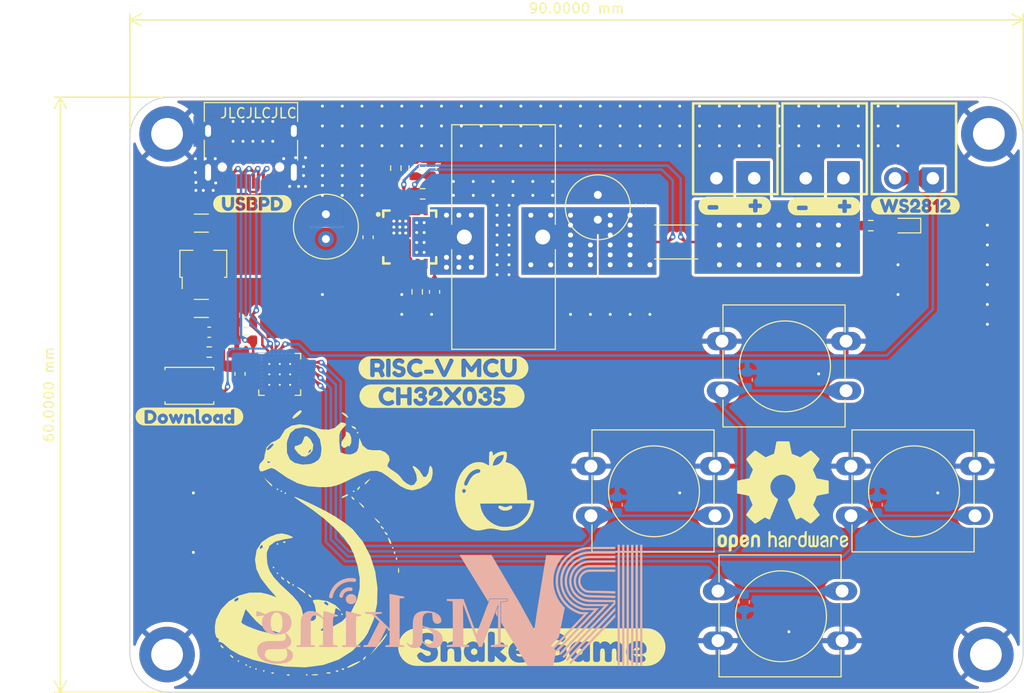
<source format=kicad_pcb>
(kicad_pcb (version 20221018) (generator pcbnew)
  (title_block (rev "v1.0"))
  (layers (0 "F.Cu" signal) (31 "B.Cu" signal) (34 "B.Paste" user) (35 "F.Paste" user) (36 "B.SilkS" user "B.Silkscreen") (37 "F.SilkS" user "F.Silkscreen") (38 "B.Mask" user) (39 "F.Mask" user) (44 "Edge.Cuts" user))
  (net 0 "")
  (net 1 "VBUS")
  (net 2 "GND")
  (net 3 "+3.3V")
  (net 4 "/button_right")
  (net 5 "/button_left")
  (net 6 "/button_go")
  (net 7 "/button_back")
  (net 8 "/CC1")
  (net 9 "/USB_D+")
  (net 10 "/USB_D-")
  (net 12 "/CC2")
  (net 14 "+5V")
  (net 15 "Net-(C2-Pad1)")
  (net 16 "Net-(C2-Pad2)")
  (net 17 "Net-(U2-CSN1)")
  (net 18 "Net-(U2-VFB)")
  (net 19 "Net-(J2-Pin_1)")
  (net 20 "Net-(R1-Pad2)")
  (net 21 "Net-(U2-BST)")
  (net 22 "Net-(U2-FS)")
  (net 42 "Net-(D1-A)")
  (footprint "kibuzzard-64D490AF" (layer "F.Cu") (at 138.5 109.25)
    (fp_text reference "kibuzzard-64D490AF" hide)
    (fp_text value "G***" hide)
  )
  (footprint "Capacitor_SMD:C_0603_1608Metric" (layer "F.Cu") (at 149.5 64.725 90)
    (fp_text reference "C8" hide)
    (fp_text value "2.2uF" hide)
  )
  (footprint "Resistor_SMD:R_0603_1608Metric" (layer "F.Cu") (at 109.6 78.3)
    (fp_text reference "R3" hide)
    (fp_text value "5.1K" hide)
  )
  (footprint "Capacitor_SMD:C_0603_1608Metric" (layer "F.Cu") (at 106 77.5 180)
    (fp_text reference "C14" hide)
    (fp_text value "0.1uF" hide)
  )
  (footprint "Symbol:OSHW-Logo2_14.6x12mm_SilkScreen" (layer "F.Cu") (at 163.8 94.05)
    (fp_text reference "REF**" hide)
    (fp_text value "OSHW-Logo2_14.6x12mm_SilkScreen" hide)
  )
  (footprint "Button_Switch_THT:SW_PUSH-12mm" (layer "F.Cu") (at 170.66 91)
    (fp_text reference "SW3" hide)
    (fp_text value "SW_Push" hide)
  )
  (footprint "MountingHole:MountingHole_3.2mm_M3_DIN965_Pad" (layer "F.Cu") (at 101.75 110)
    (fp_text reference "H2" hide)
    (fp_text value "MountingHole_Pad" hide)
  )
  (footprint "Connector_USB:USB_C_Receptacle_HRO_TYPE-C-31-M-12" (layer "F.Cu") (at 110.2 58.25 180)
    (fp_text reference "J1" hide)
    (fp_text value "USB_C_Receptacle_USB2.0" hide)
  )
  (footprint "kibuzzard-64D48493" (layer "F.Cu") (at 177.15 64.75)
    (fp_text reference "kibuzzard-64D48493" hide)
    (fp_text value "G***" hide)
  )
  (footprint "Resistor_SMD:R_0603_1608Metric" (layer "F.Cu") (at 106 79.5 180)
    (fp_text reference "R1" hide)
    (fp_text value "1K" hide)
  )
  (footprint "kibuzzard-64D48583" (layer "F.Cu") (at 110.35 64.55)
    (fp_text reference "kibuzzard-64D48583" hide)
    (fp_text value "G***" hide)
  )
  (footprint "MountingHole:MountingHole_3.2mm_M3_DIN965_Pad" (layer "F.Cu") (at 101.75 57.5)
    (fp_text reference "H1" hide)
    (fp_text value "MountingHole_Pad" hide)
  )
  (footprint "Button_Switch_THT:SW_PUSH-12mm" (layer "F.Cu") (at 157.26 103.6)
    (fp_text reference "SW5" hide)
    (fp_text value "SW_Push" hide)
  )
  (footprint "Resistor_SMD:R_0603_1608Metric" (layer "F.Cu") (at 126.65 60.95 90)
    (fp_text reference "R7" hide)
    (fp_text value "25K/1%" hide)
  )
  (footprint "Capacitor_SMD:C_0603_1608Metric" (layer "F.Cu") (at 128.35 60.95 90)
    (fp_text reference "C7" hide)
    (fp_text value "OPT" hide)
  )
  (footprint "Capacitor_THT:C_Radial_D6.3mm_H7.0mm_P2.50mm" (layer "F.Cu") (at 117.75 68.1 90)
    (fp_text reference "C3" hide)
    (fp_text value "100uF" hide)
  )
  (footprint "Capacitor_SMD:C_1206_3216Metric" (layer "F.Cu") (at 105.2 75.1 180)
    (fp_text reference "C13" hide)
    (fp_text value "10uF" hide)
  )
  (footprint "LED_SMD:LED_0603_1608Metric" (layer "F.Cu") (at 176.2 66.75 180)
    (fp_text reference "D1" hide)
    (fp_text value "LED_Small" hide)
  )
  (footprint "MountingHole:MountingHole_3.2mm_M3_DIN965_Pad" (layer "F.Cu") (at 184.55 57.5)
    (fp_text reference "H4" hide)
    (fp_text value "MountingHole_Pad" hide)
  )
  (footprint "LOGO" (layer "F.Cu") (at 117.5 98.75)
    (fp_text reference "G***" hide)
    (fp_text value "LOGO" hide)
  )
  (footprint "Resistor_SMD:R_0603_1608Metric" (layer "F.Cu") (at 172.65 66.75)
    (fp_text reference "R9" hide)
    (fp_text value "10K" hide)
  )
  (footprint "Button_Switch_THT:SW_PUSH-12mm" (layer "F.Cu") (at 144.46 91)
    (fp_text reference "SW2" hide)
    (fp_text value "SW_Push" hide)
  )
  (footprint "Capacitor_SMD:C_0603_1608Metric" (layer "F.Cu") (at 109.1 81.7 -90)
    (fp_text reference "C1" hide)
    (fp_text value "0.1uF" hide)
  )
  (footprint "Capacitor_SMD:C_1206_3216Metric" (layer "F.Cu") (at 105.2 66.5 180)
    (fp_text reference "C11" hide)
    (fp_text value "10uF" hide)
  )
  (footprint "Capacitor_THT:C_Radial_D6.3mm_H7.0mm_P2.50mm" (layer "F.Cu") (at 145.15 66.15 90)
    (fp_text reference "C6" hide)
    (fp_text value "470uF" hide)
  )
  (footprint "Resistor_SMD:R_0603_1608Metric" (layer "F.Cu") (at 126.95 73.425 -90)
    (fp_text reference "R4" hide)
    (fp_text value "10R" hide)
  )
  (footprint "kibuzzard-64D48A54" (layer "F.Cu") (at 104 86)
    (fp_text reference "kibuzzard-64D48A54" hide)
    (fp_text value "G***" hide)
  )
  (footprint "Button_Switch_SMD:SW_SPST_EVQP2" (layer "F.Cu") (at 104 82.9)
    (fp_text reference "SW1" hide)
    (fp_text value "SW_Push" hide)
  )
  (footprint "tyk_common:CONN-TH_2P-P3.81_WJ15EDGRC-3.81-2P" (layer "F.Cu") (at 159 61.975 180)
    (fp_text reference "J4" hide)
    (fp_text value "~" hide)
  )
  (footprint "tyk_common:CONN-TH_2P-P3.81_WJ15EDGRC-3.81-2P" (layer "F.Cu") (at 177 61.975 180)
    (fp_text reference "J2" hide)
    (fp_text value "PCIO" hide)
  )
  (footprint "Resistor_SMD:R_0603_1608Metric" (layer "F.Cu") (at 109.6 76.5)
    (fp_text reference "R2" hide)
    (fp_text value "5.1K" hide)
  )
  (footprint "Capacitor_SMD:C_0603_1608Metric" (layer "F.Cu") (at 122 67.925 90)
    (fp_text reference "C4" hide)
    (fp_text value "2.2uF" hide)
  )
  (footprint "kibuzzard-64D48551" (layer "F.Cu") (at 167.95 64.8)
    (fp_text reference "kibuzzard-64D48551" hide)
    (fp_text value "G***" hide)
  )
  (footprint "Resistor_SMD:R_2512_6332Metric" (layer "F.Cu") (at 153.05 68.4 180)
    (fp_text reference "R8" hide)
    (fp_text value "4mR" hide)
  )
  (footprint "Resistor_SMD:R_0603_1608Metric" (layer "F.Cu") (at 127.5 63.55)
    (fp_text reference "R6" hide)
    (fp_text value "100K/1%" hide)
  )
  (footprint "Button_Switch_THT:SW_PUSH-12mm" (layer "F.Cu") (at 157.66 78.4)
    (fp_text reference "SW4" hide)
    (fp_text value "SW_Push" hide)
  )
  (footprint "kibuzzard-64D48551" (layer "F.Cu") (at 158.95 64.75)
    (fp_text reference "kibuzzard-64D48551" hide)
    (fp_text value "G***" hide)
  )
  (footprint "Package_DFN_QFN:QFN-28-1EP_4x4mm_P0.4mm_EP2.6x2.6mm_ThermalVias" (layer "F.Cu") (at 113.1 81.75)
    (fp_text reference "U1" hide)
    (fp_text value "CH32X035G8U6" hide)
  )
  (footprint "Inductor_THT:L_Toroid_Vertical_L22.4mm_W10.2mm_P7.90mm_Vishay_TJ4" (layer "F.Cu") (at 131.7 67.9 90)
    (fp_text reference "L1" hide)
    (fp_text value "10uH" hide)
  )
  (footprint "Capacitor_SMD:C_0603_1608Metric" (layer "F.Cu") (at 128.7 73.425 -90)
    (fp_text reference "C2" hide)
    (fp_text value "0.1uF" hide)
  )
  (footprint "tyk_common:QFN-20_L5.0-W5.0-P0.80-TL-NDP1460QB" (layer "F.Cu") (at 126.2 67.9)
    (fp_text reference "U2" hide)
    (fp_text value "NDP13B01QB" hide)
  )
  (footprint "MountingHole:MountingHole_3.2mm_M3_DIN965_Pad" (layer "F.Cu") (at 184.25 110)
    (fp_text reference "H3" hide)
    (fp_text value "MountingHole_Pad" hide)
  )
  (footprint "Resistor_SMD:R_0603_1608Metric" (layer "F.Cu") (at 124.8 60.95 90)
    (fp_text reference "R5" hide)
    (fp_text value "NC" hide)
  )
  (footprint "tyk_common:CONN-TH_2P-P3.81_WJ15EDGRC-3.81-2P" (layer "F.Cu") (at 168 61.975 180)
    (fp_text reference "J3" hide)
    (fp_text value "~" hide)
  )
  (footprint "LOGO" (layer "F.Cu") (at 134.75 93.5)
    (fp_text reference "G***" hide)
    (fp_text value "LOGO" hide)
  )
  (footprint "kibuzzard-64D489B8" (layer "F.Cu") (at 129.6 81.1)
    (fp_text reference "kibuzzard-64D489B8" hide)
    (fp_text value "G***" hide)
  )
  (footprint "kibuzzard-64D489C0" (layer "F.Cu") (at 129.45 83.95)
    (fp_text reference "kibuzzard-64D489C0" hide)
    (fp_text value "G***" hide)
  )
  (footprint "Package_TO_SOT_SMD:SOT-89-3" (layer "F.Cu") (at 105.4 70.6 90)
    (fp_text reference "U3" hide)
    (fp_text value "HT7533" hide)
  )
  (footprint "Capacitor_SMD:C_0603_1608Metric" (layer "B.Cu") (at 147.1 94.9 90)
    (fp_text reference "C5" hide)
    (fp_text value "0.1uF" hide)
  )
  (footprint "Capacitor_SMD:C_0603_1608Metric" (layer "B.Cu") (at 173.3 94.9 90)
    (fp_text reference "C9" hide)
    (fp_text value "0.1uF" hide)
  )
  (footprint "Capacitor_SMD:C_0603_1608Metric" (layer "B.Cu") (at 159.9 104.7 -90)
    (fp_text reference "C12" hide)
    (fp_text value "0.1uF" hide)
  )
  (footprint "Capacitor_SMD:C_0603_1608Metric" (layer "B.Cu") (at 160.2 82.3 90)
    (fp_text reference "C10" hide)
    (fp_text value "0.1uF" hide)
  )
  (footprint "LOGO" (layer "B.Cu") (at 130.25 105.75 180)
    (fp_text reference "G***" hide)
    (fp_text value "LOGO" hide)
  )
  (gr_line (start 98 109.8) (end 98 57.8) (stroke (width 0.1)) (layer "Edge.Cuts"))
  (gr_line (start 184 113.8) (end 102 113.8) (stroke (width 0.1)) (layer "Edge.Cuts"))
  (gr_arc (start 184 53.8) (mid 186.828427 54.971573) (end 188 57.8) (stroke (width 0.1)) (layer "Edge.Cuts"))
  (gr_line (start 188 57.8) (end 188 109.8) (stroke (width 0.1)) (layer "Edge.Cuts"))
  (gr_arc (start 102 113.8) (mid 99.171573 112.628427) (end 98 109.8) (stroke (width 0.1)) (layer "Edge.Cuts"))
  (gr_arc (start 188 109.8) (mid 186.828427 112.628427) (end 184 113.8) (stroke (width 0.1)) (layer "Edge.Cuts"))
  (gr_arc (start 98 57.8) (mid 99.171573 54.971573) (end 102 53.8) (stroke (width 0.1)) (layer "Edge.Cuts"))
  (gr_line (start 102 53.8) (end 184 53.8) (stroke (width 0.1)) (layer "Edge.Cuts"))
  (gr_text "JLCJLCJLC" (at 107 56) (layer "F.SilkS") (effects (font (size 1 1)) (justify left bottom)))
  (dimension (type aligned) (layer "F.SilkS") (pts (xy 102 53.8) (xy 102 113.8)) (height 11) (gr_text "60.0000 mm" (at 89.85 83.8 90) (layer "F.SilkS") (effects (font (size 1 1) (thickness 0.15)))) (format (prefix "") (suffix "") (units 3) (units_format 1) (precision 4)) (style (thickness 0.15) (arrow_length 1.27) (text_position_mode 0) (extension_height 0.58642) (extension_offset 0.5) keep_text_aligned))
  (dimension (type aligned) (layer "F.SilkS") (pts (xy 98 57.8) (xy 188 57.8)) (height -11.8) (gr_text "90.0000 mm" (at 143 44.85) (layer "F.SilkS") (effects (font (size 1 1) (thickness 0.15)))) (format (prefix "") (suffix "") (units 3) (units_format 1) (precision 4)) (style (thickness 0.15) (arrow_length 1.27) (text_position_mode 0) (extension_height 0.58642) (extension_offset 0.5) keep_text_aligned))
  (segment (start 108.775 78.3) (end 108.775 76.5) (width 0.25) (layer "F.Cu") (net 2))
  (segment (start 103.725 75.1) (end 103.725 72.725) (width 0.25) (layer "F.Cu") (net 2))
  (via (at 117.4 58.7) (size 0.55) (drill 0.3) (layers "F.Cu" "B.Cu") (net 2))
  (via (at 137.4 54.7) (size 0.55) (drill 0.3) (layers "F.Cu" "B.Cu") (net 2))
  (via (at 163.4 56.7) (size 0.55) (drill 0.3) (layers "F.Cu" "B.Cu") (net 2))
  (via (at 136.2 65.7) (size 0.55) (drill 0.3) (layers "F.Cu" "B.Cu") (net 2))
  (via (at 109.4 58.25) (size 0.55) (drill 0.3) (layers "F.Cu" "B.Cu") (net 2))
  (via (at 125.4 73.7) (size 0.55) (drill 0.3) (layers "F.Cu" "B.Cu") (net 2))
  (via (at 153.4 54.7) (size 0.55) (drill 0.3) (layers "F.Cu" "B.Cu") (net 2))
  (via (at 108.4 58.25) (size 0.55) (drill 0.3) (layers "F.Cu" "B.Cu") (net 2))
  (via (at 164.4 107.7) (size 0.55) (drill 0.3) (layers "F.Cu" "B.Cu") (net 2))
  (via (at 123.4 54.7) (size 0.55) (drill 0.3) (layers "F.Cu" "B.Cu") (net 2))
  (via (at 115.7 59.9) (size 0.55) (drill 0.3) (layers "F.Cu" "B.Cu") (net 2))
  (via (at 129.4 54.7) (size 0.55) (drill 0.3) (layers "F.Cu" "B.Cu") (net 2))
  (via (at 157.4 58.7) (size 0.55) (drill 0.3) (layers "F.Cu" "B.Cu") (net 2))
  (via (at 111.4 58.25) (size 0.55) (drill 0.3) (layers "F.Cu" "B.Cu") (net 2))
  (via (at 136.2 71.7) (size 0.55) (drill 0.3) (layers "F.Cu" "B.Cu") (net 2))
  (via (at 136.6 62.3) (size 0.55) (drill 0.3) (layers "F.Cu" "B.Cu") (net 2))
  (via (at 121.4 54.7) (size 0.55) (drill 0.3) (layers "F.Cu" "B.Cu") (net 2))
  (via (at 106.6 60) (size 0.55) (drill 0.3) (layers "F.Cu" "B.Cu") (net 2))
  (via (at 108.4 56.25) (size 0.55) (drill 0.3) (layers "F.Cu" "B.Cu") (net 2))
  (via (at 173.4 58.7) (size 0.55) (drill 0.3) (layers "F.Cu" "B.Cu") (net 2))
  (via (at 135 65.7) (size 0.55) (drill 0.3) (layers "F.Cu" "B.Cu") (net 2))
  (via (at 119.4 61.7) (size 0.55) (drill 0.3) (layers "F.Cu" "B.Cu") (net 2))
  (via (at 128.4 75.7) (size 0.55) (drill 0.3) (layers "F.Cu" "B.Cu") (net 2))
  (via (at 130.6 63.7) (size 0.55) (drill 0.3) (layers "F.Cu" "B.Cu") (net 2))
  (via (at 119.4 58.7) (size 0.55) (drill 0.3) (layers "F.Cu" "B.Cu") (net 2))
  (via (at 115.7 62.8) (size 0.55) (drill 0.3) (layers "F.Cu" "B.Cu") (net 2))
  (via (at 135 64.7) (size 0.55) (drill 0.3) (layers "F.Cu" "B.Cu") (net 2))
  (via (at 106.4 63.2) (size 0.55) (drill 0.3) (layers "F.Cu" "B.Cu") (net 2))
  (via (at 114.7 59.9) (size 0.55) (drill 0.3) (layers "F.Cu" "B.Cu") (net 2))
  (via (at 111.4 56.25) (size 0.55) (drill 0.3) (layers "F.Cu" "B.Cu") (net 2))
  (via (at 135 67.7) (size 0.55) (drill 0.3) (layers "F.Cu" "B.Cu") (net 2))
  (via (at 165.4 58.7) (size 0.55) (drill 0.3) (layers "F.Cu" "B.Cu") (net 2))
  (via (at 137.4 56.7) (size 0.55) (drill 0.3) (layers "F.Cu" "B.Cu") (net 2))
  (via (at 115 62.8) (size 0.55) (drill 0.3) (layers "F.Cu" "B.Cu") (net 2))
  (via (at 149.4 54.7) (size 0.55) (drill 0.3) (layers "F.Cu" "B.Cu") (net 2))
  (via (at 135 69.7) (size 0.55) (drill 0.3) (layers "F.Cu" "B.Cu") (net 2))
  (via (at 147.4 58.7) (size 0.55) (drill 0.3) (layers "F.Cu" "B.Cu") (net 2))
  (via (at 131.4 58.7) (size 0.55) (drill 0.3) (layers "F.Cu" "B.Cu") (net 2))
  (via (at 131.4 54.7) (size 0.55) (drill 0.3) (layers "F.Cu" "B.Cu") (net 2))
  (via (at 104.4 99.7) (size 0.55) (drill 0.3) (layers "F.Cu" "B.Cu") (net 2))
  (via (at 125.4 58.7) (size 0.55) (drill 0.3) (layers "F.Cu" "B.Cu") (net 2))
  (via (at 184.4 72.7) (size 0.55) (drill 0.3) (layers "F.Cu" "B.Cu") (net 2))
  (via (at 167.4 81.7) (size 0.55) (drill 0.3) (layers "F.Cu" "B.Cu") (net 2))
  (via (at 169.4 54.7) (size 0.55) (drill 0.3) (layers "F.Cu" "B.Cu") (net 2))
  (via (at 127.4 54.7) (size 0.55) (drill 0.3) (layers "F.Cu" "B.Cu") (net 2))
  (via (at 125.2 66.3) (size 0.55) (drill 0.3) (layers "F.Cu" "B.Cu") (net 2))
  (via (at 134.6 63.7) (size 0.55) (drill 0.3) (layers "F.Cu" "B.Cu") (net 2))
  (via (at 139.4 56.7) (size 0.55) (drill 0.3) (layers "F.Cu" "B.Cu") (net 2))
  (via (at 109.4 56.25) (size 0.55) (drill 0.3) (layers "F.Cu" "B.Cu") (net 2))
  (via (at 132.6 63.7) (size 0.55) (drill 0.3) (layers "F.Cu" "B.Cu") (net 2))
  (via (at 104.65 62.4) (size 0.55) (drill 0.3) (layers "F.Cu" "B.Cu") (net 2))
  (via (at 141.4 54.7) (size 0.55) (drill 0.3) (layers "F.Cu" "B.Cu") (net 2))
  (via (at 105.4 63.2) (size 0.55) (drill 0.3) (layers "F.Cu" "B.Cu") (net 2))
  (via (at 175.4 56.7) (size 0.55) (drill 0.3) (layers "F.Cu" "B.Cu") (net 2))
  (via (at 134.6 62.3) (size 0.55) (drill 0.3) (layers "F.Cu" "B.Cu") (net 2))
  (via (at 184.4 74.7) (size 0.55) (drill 0.3) (layers "F.Cu" "B.Cu") (net 2))
  (via (at 125.4 75.7) (size 0.55) (drill 0.3) (layers "F.Cu" "B.Cu") (net 2))
  (via (at 135 66.7) (size 0.55) (drill 0.3) (layers "F.Cu" "B.Cu") (net 2))
  (via (at 106.65 62.45) (size 0.55) (drill 0.3) (layers "F.Cu" "B.Cu") (net 2))
  (via (at 127.4 56.7) (size 0.55) (drill 0.3) (layers "F.Cu" "B.Cu") (net 2))
  (via (at 142.4 75.7) (size 0.55) (drill 0.3) (layers "F.Cu" "B.Cu") (net 2))
  (via (at 141.4 58.7) (size 0.55) (drill 0.3) (layers "F.Cu" "B.Cu") (net 2))
  (via (at 139.4 58.7) (size 0.55) (drill 0.3) (layers "F.Cu" "B.Cu") (net 2))
  (via (at 113.5 60) (size 0.55) (drill 0.3) (layers "F.Cu" "B.Cu") (net 2))
  (via (at 124.6 67.5) (size 0.55) (drill 0.3) (layers "F.Cu" "B.Cu") (net 2))
  (via (at 105.6 60) (size 0.55) (drill 0.3) (layers "F.Cu" "B.Cu") (net 2))
  (via (at 153.4 56.7) (size 0.55) (drill 0.3) (layers "F.Cu" "B.Cu") (net 2))
  (via (at 119.4 56.7) (size 0.55) (drill 0.3) (layers "F.Cu" "B.Cu") (net 2))
  (via (at 153.4 58.7) (size 0.55) (drill 0.3) (layers "F.Cu" "B.Cu") (net 2))
  (via (at 135.4 56.7) (size 0.55) (drill 0.3) (layers "F.Cu" "B.Cu") (net 2))
  (via (at 127.4 58.7) (size 0.55) (drill 0.3) (layers "F.Cu" "B.Cu") (net 2))
  (via (at 104.6 60) (size 0.55) (drill 0.3) (layers "F.Cu" "B.Cu") (net 2))
  (via (at 115.5 61.7) (size 0.55) (drill 0.3) (layers "F.Cu" "B.Cu") (net 2))
  (via (at 123.4 58.7) (size 0.55) (drill 0.3) (layers "F.Cu" "B.Cu") (net 2))
  (via (at 155.4 56.7) (size 0.55) (drill 0.3) (layers "F.Cu" "B.Cu") (net 2))
  (via (at 132.6 62.3) (size 0.55) (drill 0.3) (layers "F.Cu" "B.Cu") (net 2))
  (via (at 135 70.7) (size 0.55) (drill 0.3) (layers "F.Cu" "B.Cu") (net 2))
  (via (at 151.4 58.7) (size 0.55) (drill 0.3) (layers "F.Cu" "B.Cu") (net 2))
  (via (at 136.6 63.7) (size 0.55) (drill 0.3) (layers "F.Cu" "B.Cu") (net 2))
  (via (at 143.4 56.7) (size 0.55) (drill 0.3) (layers "F.Cu" "B.Cu") (net 2))
  (via (at 112.4 56.25) (size 0.55) (drill 0.3) (layers "F.Cu" "B.Cu") (net 2))
  (via (at 125.8 66.9) (size 0.55) (drill 0.3) (layers "F.Cu" "B.Cu") (net 2))
  (via (at 129.4 58.7) (size 0.55) (drill 0.3) (layers "F.Cu" "B.Cu") (net 2))
  (via (at 148.4 75.7) (size 0.55) (drill 0.3) (layers "F.Cu" "B.Cu") (net 2))
  (via (at 119.4 60.7) (size 0.55) (drill 0.3) (layers "F.Cu" "B.Cu") (net 2))
  (via (at 110.4 58.25) (size 0.55) (drill 0.3) (layers "F.Cu" "B.Cu") (net 2))
  (via (at 136.2 64.7) (size 0.55) (drill 0.3) (layers "F.Cu" "B.Cu") (net 2))
  (via (at 175.4 54.7) (size 0.55) (drill 0.3) (layers "F.Cu" "B.Cu") (net 2))
  (via (at 110.4 56.25) (size 0.55) (drill 0.3) (layers "F.Cu" "B.Cu") (net 2))
  (via (at 140.6 63.7) (size 0.55) (drill 0.3) (layers "F.Cu" "B.Cu") (net 2))
  (via (at 184.4 76.7) (size 0.55) (drill 0.3) (layers "F.Cu" "B.Cu") (net 2))
  (via (at 125.2 67.5) (size 0.55) (drill 0.3) (layers "F.Cu" "B.Cu") (net 2))
  (via (at 140.6 62.3) (size 0.55) (drill 0.3) (layers "F.Cu" "B.Cu") (net 2))
  (via (at 171.4 58.7) (size 0.55) (drill 0.3) (layers "F.Cu" "B.Cu") (net 2))
  (via (at 143.4 54.7) (size 0.55) (drill 0.3) (layers "F.Cu" "B.Cu") (net 2))
  (via (at 112.4 58.25) (size 0.55) (drill 0.3) (layers "F.Cu" "B.Cu") (net 2))
  (via (at 136.2 67.7) (size 0.55) (drill 0.3) (layers "F.Cu" "B.Cu") (net 2))
  (via (at 169.4 58.7) (size 0.55) (drill 0.3) (layers "F.Cu" "B.Cu") (net 2))
  (via (at 145.4 58.7) (size 0.55) (drill 0.3) (layers "F.Cu" "B.Cu") (net 2))
  (via (at 121.4 60.7) (size 0.55) (drill 0.3) (layers "F.Cu" "B.Cu") (net 2))
  (via (at 117.4 60.7) (size 0.55) (drill 0.3) (layers "F.Cu" "B.Cu") (net 2))
  (via (at 121.4 62.7) (size 0.55) (drill 0.3) (layers "F.Cu" "B.Cu") (net 2))
  (via (at 121.4 58.7) (size 0.55) (drill 0.3) (layers "F.Cu" "B.Cu") (net 2))
  (via (at 137.4 58.7) (size 0.55) (drill 0.3) (layers "F.Cu" "B.Cu") (net 2))
  (via (at 139.4 54.7) (size 0.55) (drill 0.3) (layers "F.Cu" "B.Cu") (net 2))
  (via (at 141.4 56.7) (size 0.55) (drill 0.3) (layers "F.Cu" "B.Cu") (net 2))
  (via (at 133.4 56.7) (size 0.55) (drill 0.3) (layers "F.Cu" "B.Cu") (net 2))
  (via (at 117.4 54.7) (size 0.55) (drill 0.3) (layers "F.Cu" "B.Cu") (net 2))
  (via (at 144.4 75.7) (size 0.55) (drill 0.3) (layers "F.Cu" "B.Cu") (net 2))
  (via (at 135.4 58.7) (size 0.55) (drill 0.3) (layers "F.Cu" "B.Cu") (net 2))
  (via (at 175.4 70.7) (size 0.55) (drill 0.3) (layers "F.Cu" "B.Cu") (net 2))
  (via (at 145.4 54.7) (size 0.55) (drill 0.3) (layers "F.Cu" "B.Cu") (net 2))
  (via (at 184.4 68.7) (size 0.55) (drill 0.3) (layers "F.Cu" "B.Cu") (net 2))
  (via (at 136.2 68.7) (size 0.55) (drill 0.3) (layers "F.Cu" "B.Cu") (net 2))
  (via (at 155.4 58.7) (size 0.55) (drill 0.3) (layers "F.Cu" "B.Cu") (net 2))
  (via (at 146.4 75.7) (size 0.55) (drill 0.3) (layers "F.Cu" "B.Cu") (net 2))
  (via (at 129.4 56.7) (size 0.55) (drill 0.3) (layers "F.Cu" "B.Cu") (net 2))
  (via (at 135 71.7) (size 0.55) (drill 0.3) (layers "F.Cu" "B.Cu") (net 2))
  (via (at 159.4 54.7) (size 0.55) (drill 0.3) (layers "F.Cu" "B.Cu") (net 2))
  (via (at 151.4 54.7) (size 0.55) (drill 0.3) (layers "F.Cu" "B.Cu") (net 2))
  (via (at 171.4 54.7) (size 0.55) (drill 0.3) (layers "F.Cu" "B.Cu") (net 2))
  (via (at 157.4 54.7) (size 0.55) (drill 0.3) (layers "F.Cu" "B.Cu") (net 2))
  (via (at 119.4 63.7) (size 0.55) (drill 0.3) (layers "F.Cu" "B.Cu") (net 2))
  (via (at 175.4 73.7) (size 0.55) (drill 0.3) (layers "F.Cu" "B.Cu") (net 2))
  (via (at 124.6 66.9) (size 0.55) (drill 0.3) (layers "F.Cu" "B.Cu") (net 2))
  (via (at 130.6 62.3) (size 0.55) (drill 0.3) (layers "F.Cu" "B.Cu") (net 2))
  (via (at 117.4 56.7) (size 0.55) (drill 0.3) (layers "F.Cu" "B.Cu") (net 2))
  (via (at 151.4 56.7) (size 0.55) (drill 0.3) (layers "F.Cu" "B.Cu") (net 2))
  (via (at 125.4 54.7) (size 0.55) (drill 0.3) (layers "F.Cu" "B.Cu") (net 2))
  (via (at 155.4 54.7) (size 0.55) (drill 0.3) (layers "F.Cu" "B.Cu") (net 2))
  (via (at 159.4 58.7) (size 0.55) (drill 0.3) (layers "F.Cu" "B.Cu") (net 2))
  (via (at 117.4 62.7) (size 0.55) (drill 0.3) (layers "F.Cu" "B.Cu") (net 2))
  (via (at 159.4 56.7) (size 0.55) (drill 0.3) (layers "F.Cu" "B.Cu") (net 2))
  (via (at 121.4 61.7) (size 0.55) (drill 0.3) (layers "F.Cu" "B.Cu") (net 2))
  (via (at 161.4 58.7) (size 0.55) (drill 0.3) (layers "F.Cu" "B.Cu") (net 2))
  (via (at 104.6 61.4) (size 0.55) (drill 0.3) (layers "F.Cu" "B.Cu") (net 2))
  (via (at 143.4 58.7) (size 0.55) (drill 0.3) (layers "F.Cu" "B.Cu") (net 2))
  (via (at 121.4 56.7) (size 0.55) (drill 0.3) (layers "F.Cu" "B.Cu") (net 2))
  (via (at 167.4 58.7) (size 0.55) (drill 0.3) (layers "F.Cu" "B.Cu") (net 2))
  (via (at 173.4 56.7) (size 0.55) (drill 0.3) (layers "F.Cu" "B.Cu") (net 2))
  (via (at 167.4 56.7) (size 0.55) (drill 0.3) (layers "F.Cu" "B.Cu") (net 2))
  (via (at 153.4 93.7) (size 0.55) (drill 0.3) (layers "F.Cu" "B.Cu") (net 2))
  (via (at 165.4 56.7) (size 0.55) (drill 0.3) (layers "F.Cu" "B.Cu") (net 2))
  (via (at 175.4 58.7) (size 0.55) (drill 0.3) (layers "F.Cu" "B.Cu") (net 2))
  (via (at 147.4 54.7) (size 0.55) (drill 0.3) (layers "F.Cu" "B.Cu") (net 2))
  (via (at 131.4 56.7) (size 0.55) (drill 0.3) (layers "F.Cu" "B.Cu") (net 2))
  (via (at 157.4 56.7) (size 0.55) (drill 0.3) (layers "F.Cu" "B.Cu") (net 2))
  (via (at 117.4 73.7) (size 0.55) (drill 0.3) (layers "F.Cu" "B.Cu") (net 2))
  (via (at 161.4 56.7) (size 0.55) (drill 0.3) (layers "F.Cu" "B.Cu") (net 2))
  (via (at 165.4 54.7) (size 0.55) (drill 0.3) (layers "F.Cu" "B.Cu") (net 2))
  (via (at 117.4 61.7) (size 0.55) (drill 0.3) (layers "F.Cu" "B.Cu") (net 2))
  (via (at 136.2 70.7) (size 0.55) (drill 0.3) (layers "F.Cu" "B.Cu") (net 2))
  (via (at 117.4 63.7) (size 0.55) (drill 0.3) (layers "F.Cu" "B.Cu") (net 2))
  (via (at 125.2 66.9) (size 0.55) (drill 0.3) (layers "F.Cu" "B.Cu") (net 2))
  (via (at 119.4 62.7) (size 0.55) (drill 0.3) (layers "F.Cu" "B.Cu") (net 2))
  (via (at 149.4 56.7) (size 0.55) (drill 0.3) (layers "F.Cu" "B.Cu") (net 2))
  (via (at 133.4 58.7) (size 0.55) (drill 0.3) (layers "F.Cu" "B.Cu") (net 2))
  (via (at 133.4 54.7) (size 0.55) (drill 0.3) (layers "F.Cu" "B.Cu") (net 2))
  (via (at 135 68.7) (size 0.55) (drill 0.3) (layers "F.Cu" "B.Cu") (net 2))
  (via (at 184.4 70.7) (size 0.55) (drill 0.3) (layers "F.Cu" "B.Cu") (net 2))
  (via (at 161.4 54.7) (size 0.55) (drill 0.3) (layers "F.Cu" "B.Cu") (net 2))
  (via (at 121.4 63.7) (size 0.55) (drill 0.3) (layers "F.Cu" "B.Cu") (net 2))
  (via (at 123.4 56.7) (size 0.55) (drill 0.3) (layers "F.Cu" "B.Cu") (net 2))
  (via (at 125.8 67.5) (size 0.55) (drill 0.3) (layers "F.Cu" "B.Cu") (net 2))
  (via (at 150.4 75.7) (size 0.55) (drill 0.3) (layers "F.Cu" "B.Cu") (net 2))
  (via (at 184.4 66.7) (size 0.55) (drill 0.3) (layers "F.Cu" "B.Cu") (net 2))
  (via (at 147.4 56.7) (size 0.55) (drill 0.3) (layers "F.Cu" "B.Cu") (net 2))
  (via (at 135.4 54.7) (size 0.55) (drill 0.3) (layers "F.Cu" "B.Cu") (net 2))
  (via (at 163.4 58.7) (size 0.55) (drill 0.3) (layers "F.Cu" "B.Cu") (net 2))
  (via (at 179.4 93.7) (size 0.55) (drill 0.3) (layers "F.Cu" "B.Cu") (net 2))
  (via (at 138.6 63.7) (size 0.55) (drill 0.3) (layers "F.Cu" "B.Cu") (net 2))
  (via (at 114.1 62.8) (size 0.55) (drill 0.3) (layers "F.Cu" "B.Cu") (net 2))
  (via (at 163.4 54.7) (size 0.55) (drill 0.3) (layers "F.Cu" "B.Cu") (net 2))
  (via (at 104.4 93.7) (size 0.55) (drill 0.3) (layers "F.Cu" "B.Cu") (net 2))
  (via (at 171.4 56.7) (size 0.55) (drill 0.3) (layers "F.Cu" "B.Cu") (net 2))
  (via (at 138.6 62.3) (size 0.55) (drill 0.3) (layers "F.Cu" "B.Cu") (net 2))
  (via (at 136.2 66.7) (size 0.55) (drill 0.3) (layers "F.Cu" "B.Cu") (net 2))
  (via (at 136.2 69.7) (size 0.55) (drill 0.3) (layers "F.Cu" "B.Cu") (net 2))
  (via (at 125.8 66.3) (size 0.55) (drill 0.3) (layers "F.Cu" "B.Cu") (net 2))
  (via (at 167.4 54.7) (size 0.55) (drill 0.3) (layers "F.Cu" "B.Cu") (net 2))
  (via (at 125.4 56.7) (size 0.55) (drill 0.3) (layers "F.Cu" "B.Cu") (net 2))
  (via (at 104.65 63.2) (size 0.55) (drill 0.3) (layers "F.Cu" "B.Cu") (net 2))
  (via (at 124.6 66.3) (size 0.55) (drill 0.3) (layers "F.Cu" "B.Cu") (net 2))
  (via (at 169.4 56.7) (size 0.55) (drill 0.3) (layers "F.Cu" "B.Cu") (net 2))
  (via (at 145.4 56.7) (size 0.55) (drill 0.3) (layers "F.Cu" "B.Cu") (net 2))
  (via (at 173.4 54.7) (size 0.55) (drill 0.3) (layers "F.Cu" "B.Cu") (net 2))
  (via (at 119.4 54.7) (size 0.55) (drill 0.3) (layers "F.Cu" "B.Cu") (net 2))
  (via (at 115.5 60.8) (size 0.55) (drill 0.3) (layers "F.Cu" "B.Cu") (net 2))
  (via (at 149.4 58.7) (size 0.55) (drill 0.3) (layers "F.Cu" "B.Cu") (net 2))
  (segment (start 116.45 81.35) (end 115.0375 81.35) (width 0.25) (layer "F.Cu") (net 4))
  (segment (start 117.2 82.1) (end 116.45 81.35) (width 0.25) (layer "F.Cu") (net 4))
  (via (at 117.2 82.1) (size 0.55) (drill 0.3) (layers "F.Cu" "B.Cu") (net 4))
  (segment (start 170.66 96) (end 170.66 99.29) (width 0.25) (layer "B.Cu") (net 4))
  (segment (start 118.25 98.4) (end 118.25 83.15) (width 0.25) (layer "B.Cu") (net 4))
  (segment (start 119.95 100.1) (end 118.25 98.4) (width 0.25) (layer "B.Cu") (net 4))
  (segment (start 118.25 83.15) (end 117.2 82.1) (width 0.25) (layer "B.Cu") (net 4))
  (segment (start 170.66 96) (end 183.16 96) (width 0.25) (layer "B.Cu") (net 4))
  (segment (start 170.66 99.29) (end 169.85 100.1) (width 0.25) (layer "B.Cu") (net 4))
  (segment (start 169.85 100.1) (end 119.95 100.1) (width 0.25) (layer "B.Cu") (net 4))
  (segment (start 115.0375 80.55) (end 117.3 80.55) (width 0.25) (layer "F.Cu") (net 5))
  (via (at 117.3 80.55) (size 0.55) (drill 0.3) (layers "F.Cu" "B.Cu") (net 5))
  (segment (start 119.25 98) (end 119.25 82.5) (width 0.25) (layer "B.Cu") (net 5))
  (segment (start 144.46 96) (end 156.96 96) (width 0.25) (layer "B.Cu") (net 5))
  (segment (start 119.25 82.5) (end 117.3 80.55) (width 0.25) (layer "B.Cu") (net 5))
  (segment (start 143.65 99.05) (end 120.3 99.05) (width 0.25) (layer "B.Cu") (net 5))
  (segment (start 144.46 96) (end 144.46 98.24) (width 0.25) (layer "B.Cu") (net 5))
  (segment (start 144.46 98.24) (end 143.65 99.05) (width 0.25) (layer "B.Cu") (net 5))
  (segment (start 120.3 99.05) (end 119.25 98) (width 0.25) (layer "B.Cu") (net 5))
  (segment (start 117.25 81.3) (end 116.9 80.95) (width 0.25) (layer "F.Cu") (net 6))
  (segment (start 116.9 80.95) (end 115.0375 80.95) (width 0.25) (layer "F.Cu") (net 6))
  (via (at 117.25 81.3) (size 0.55) (drill 0.3) (layers "F.Cu" "B.Cu") (net 6))
  (segment (start 157.66 83.4) (end 170.16 83.4) (width 0.25) (layer "B.Cu") (net 6))
  (segment (start 120.1 99.6) (end 158.9 99.6) (width 0.25) (layer "B.Cu") (net 6))
  (segment (start 118.75 82.8) (end 118.75 98.25) (width 0.25) (layer "B.Cu") (net 6))
  (segment (start 158.9 99.6) (end 159.65 98.85) (width 0.25) (layer "B.Cu") (net 6))
  (segment (start 157.66 85.01) (end 157.66 83.4) (width 0.25) (layer "B.Cu") (net 6))
  (segment (start 159.65 98.85) (end 159.65 87) (width 0.25) (layer "B.Cu") (net 6))
  (segment (start 159.65 87) (end 157.66 85.01) (width 0.25) (layer "B.Cu") (net 6))
  (segment (start 117.25 81.3) (end 118.75 82.8) (width 0.25) (layer "B.Cu") (net 6))
  (segment (start 118.75 98.25) (end 120.1 99.6) (width 0.25) (layer "B.Cu") (net 6))
  (segment (start 116.05 81.75) (end 117.2 82.9) (width 0.25) (layer "F.Cu") (net 7))
  (segment (start 115.0375 81.75) (end 116.05 81.75) (width 0.25) (layer "F.Cu") (net 7))
  (via (at 117.2 82.9) (size 0.55) (drill 0.3) (layers "F.Cu" "B.Cu") (net 7))
  (segment (start 156.5 100.6) (end 119.7 100.6) (width 0.25) (layer "B.Cu") (net 7))
  (segment (start 117.75 98.65) (end 117.75 83.45) (width 0.25) (layer "B.Cu") (net 7))
  (segment (start 119.7 100.6) (end 117.75 98.65) (width 0.25) (layer "B.Cu") (net 7))
  (segment (start 157.26 101.36) (end 156.5 100.6) (width 0.25) (layer "B.Cu") (net 7))
  (segment (start 117.75 83.45) (end 117.2 82.9) (width 0.25) (layer "B.Cu") (net 7))
  (segment (start 157.26 103.6) (end 157.26 101.36) (width 0.25) (layer "B.Cu") (net 7))
  (segment (start 157.26 103.6) (end 169.76 103.6) (width 0.25) (layer "B.Cu") (net 7))
  (segment (start 110.425 76.975) (end 110.425 76.5) (width 0.25) (layer "F.Cu") (net 8))
  (segment (start 111.45 62.295) (end 111.45 61.35) (width 0.25) (layer "F.Cu") (net 8))
  (segment (start 111.9 79.8125) (end 111.9 79.35) (width 0.25) (layer "F.Cu") (net 8))
  (segment (start 110.4 75.65) (end 110.4 76.475) (width 0.25) (layer "F.Cu") (net 8))
  (segment (start 110.75 75.3) (end 110.4 75.65) (width 0.25) (layer "F.Cu") (net 8))
  (segment (start 111.9 79.35) (end 111.35 78.8) (width 0.25) (layer "F.Cu") (net 8))
  (segment (start 111.35 77.9) (end 110.425 76.975) (width 0.25) (layer "F.Cu") (net 8))
  (segment (start 111.45 61.35) (end 111.8 61) (width 0.25) (layer "F.Cu") (net 8))
  (segment (start 111.35 78.8) (end 111.35 77.9) (width 0.25) (layer "F.Cu") (net 8))
  (via (at 111.8 61) (size 0.55) (drill 0.3) (layers "F.Cu" "B.Cu") (net 8))
  (via (at 110.75 75.3) (size 0.55) (drill 0.3) (layers "F.Cu" "B.Cu") (net 8))
  (segment (start 110.75 75.3) (end 110.75 62.05) (width 0.25) (layer "B.Cu") (net 8))
  (segment (start 110.75 62.05) (end 111.8 61) (width 0.25) (layer "B.Cu") (net 8))
  (segment (start 110.05 61.05) (end 110.2 61.05) (width 0.2) (layer "F.Cu") (net 9))
  (segment (start 112.3 78.8) (end 112.15 78.65) (width 0.2) (layer "F.Cu") (net 9))
  (segment (start 109.95 61.05) (end 110 61) (width 0.2) (layer "F.Cu") (net 9))
  (segment (start 106.575 83.75) (end 101.425 83.75) (width 0.2) (layer "F.Cu") (net 9))
  (segment (start 110 61) (end 110.05 61.05) (width 0.2) (layer "F.Cu") (net 9))
  (segment (start 112.3 79.8125) (end 112.3 78.8) (width 0.2) (layer "F.Cu") (net 9))
  (segment (start 107.3 83.75) (end 106.575 83.75) (width 0.2) (layer "F.Cu") (net 9))
  (segment (start 109.45 62.295) (end 109.45 61.35) (width 0.2) (layer "F.Cu") (net 9))
  (segment (start 109.75 61.05) (end 109.95 61.05) (width 0.2) (layer "F.Cu") (net 9))
  (segment (start 107.85 83.2) (end 107.3 83.75) (width 0.2) (layer "F.Cu") (net 9))
  (segment (start 110.2 61.05) (end 110.45 61.3) (width 0.2) (layer "F.Cu") (net 9))
  (segment (start 109.45 61.35) (end 109.75 61.05) (width 0.2) (layer "F.Cu") (net 9))
  (segment (start 107.85 83) (end 107.85 83.2) (width 0.2) (layer "F.Cu") (net 9))
  (segment (start 110.45 61.3) (end 110.45 62.295) (width 0.2) (layer "F.Cu") (net 9))
  (via (at 107.85 83) (size 0.55) (drill 0.3) (layers "F.Cu" "B.Cu") (net 9))
  (via (at 110 61) (size 0.55) (drill 0.3) (layers "F.Cu" "B.Cu") (net 9))
  (via (at 112.15 78.65) (size 0.55) (drill 0.3) (layers "F.Cu" "B.Cu") (net 9))
  (segment (start 109.674999 61.325001) (end 109.674999 76.111396) (width 0.2) (layer "B.Cu") (net 9))
  (segment (start 110 61) (end 109.674999 61.325001) (width 0.2) (layer "B.Cu") (net 9))
  (segment (start 109.674999 76.111396) (end 112.15 78.586397) (width 0.2) (layer "B.Cu") (net 9))
  (segment (start 112.15 78.586397) (end 112.15 78.65) (width 0.2) (layer "B.Cu") (net 9))
  (segment (start 107.85 79.55) (end 108.25 79.15) (width 0.2) (layer "B.Cu") (net 9))
  (segment (start 111.65 79.15) (end 108.25 79.15) (width 0.2) (layer "B.Cu") (net 9))
  (segment (start 112.15 78.65) (end 111.65 79.15) (width 0.2) (layer "B.Cu") (net 9))
  (segment (start 107.85 79.55) (end 107.85 83) (width 0.2) (layer "B.Cu") (net 9))
  (segment (start 110.1 63.35) (end 110.75 63.35) (width 0.2) (layer "F.Cu") (net 10))
  (segment (start 112.7 78.8) (end 112.7 79.8125) (width 0.2) (layer "F.Cu") (net 10))
  (segment (start 110.95 63.15) (end 110.95 62.295) (width 0.2) (layer "F.Cu") (net 10))
  (segment (start 110.75 63.35) (end 110.95 63.15) (width 0.2) (layer "F.Cu") (net 10))
  (segment (start 110.95 61) (end 110.9 60.95) (width 0.2) (layer "F.Cu") (net 10))
  (segment (start 112.85 78.65) (end 112.7 78.8) (width 0.2) (layer "F.Cu") (net 10))
  (segment (start 109.95 63.2) (end 110.1 63.35) (width 0.2) (layer "F.Cu") (net 10))
  (segment (start 110.95 62.295) (end 110.95 61) (width 0.2) (layer "F.Cu") (net 10))
  (segment (start 109.95 62.295) (end 109.95 63.2) (width 0.2) (layer "F.Cu") (net 10))
  (via (at 112.85 78.65) (size 0.55) (drill 0.3) (layers "F.Cu" "B.Cu") (net 10))
  (via (at 110.9 61) (size 0.55) (drill 0.3) (layers "F.Cu" "B.Cu") (net 10))
  (segment (start 110.9 61) (end 110.125001 61.774999) (width 0.2) (layer "B.Cu") (net 10))
  (segment (start 112.85 78.5) (end 112.85 78.65) (width 0.2) (layer "B.Cu") (net 10))
  (segment (start 110.125001 75.775001) (end 112.85 78.5) (width 0.2) (layer "B.Cu") (net 10))
  (segment (start 110.125001 61.774999) (end 110.125001 75.775001) (width 0.2) (layer "B.Cu") (net 10))
  (segment (start 110.425 80.175) (end 110.425 78.3) (width 0.25) (layer "F.Cu") (net 12))
  (segment (start 108.45 62.295) (end 108.45 61.4) (width 0.25) (layer "F.Cu") (net 12))
  (segment (start 110.8 80.55) (end 110.425 80.175) (width 0.25) (layer "F.Cu") (net 12))
  (segment (start 109.6 78.3) (end 110.425 78.3) (width 0.25) (layer "F.Cu") (net 12))
  (segment (start 108.45 61.4) (end 108.9 60.95) (width 0.25) (layer "F.Cu") (net 12))
  (segment (start 111.1625 80.55) (end 110.8 80.55) (width 0.25) (layer "F.Cu") (net 12))
  (via (at 109.6 78.3) (size 0.55) (drill 0.3) (layers "F.Cu" "B.Cu") (net 12))
  (via (at 108.9 61) (size 0.55) (drill 0.3) (layers "F.Cu" "B.Cu") (net 12))
  (segment (start 109.2 77.9) (end 109.6 78.3) (width 0.25) (layer "B.Cu") (net 12))
  (segment (start 108.9 61) (end 109.2 61.3) (width 0.25) (layer "B.Cu") (net 12))
  (segment (start 109.2 61.3) (end 109.2 77.9) (width 0.25) (layer "B.Cu") (net 12))
  (segment (start 125.6 64.85) (end 125.3 65.15) (width 0.25) (layer "F.Cu") (net 14))
  (segment (start 154 68.4) (end 156.0125 68.4) (width 0.25) (layer "F.Cu") (net 14))
  (segment (start 153.5 67.9) (end 154 68.4) (width 0.25) (layer "F.Cu") (net 14))
  (segment (start 125.6 62.6) (end 125.6 64.85) (width 0.25) (layer "F.Cu") (net 14))
  (via (at 159.4 68.7) (size 0.8) (drill 0.5) (layers "F.Cu" "B.Cu") (net 14))
  (via (at 157.4 70.7) (size 0.8) (drill 0.5) (layers "F.Cu" "B.Cu") (net 14))
  (via (at 167.4 66.7) (size 0.8) (drill 0.5) (layers "F.Cu" "B.Cu") (net 14))
  (via (at 165.4 66.7) (size 0.8) (drill 0.5) (layers "F.Cu" "B.Cu") (net 14))
  (via (at 153.5 67.9) (size 0.55) (drill 0.3) (layers "F.Cu" "B.Cu") (net 14))
  (via (at 161.4 66.7) (size 0.8) (drill 0.5) (layers "F.Cu" "B.Cu") (net 14))
  (via (at 167.4 70.7) (size 0.8) (drill 0.5) (layers "F.Cu" "B.Cu") (net 14))
  (via (at 125.6 62.6) (size 0.55) (drill 0.3) (layers "F.Cu" "B.Cu") (net 14))
  (via (at 163.4 70.7) (size 0.8) (drill 0.5) (layers "F.Cu" "B.Cu") (net 14))
  (via (at 161.4 68.7) (size 0.8) (drill 0.5) (layers "F.Cu" "B.Cu") (net 14))
  (via (at 163.4 68.7) (size 0.8) (drill 0.5) (layers "F.Cu" "B.Cu") (net 14))
  (via (at 163.4 66.7) (size 0.8) (drill 0.5) (layers "F.Cu" "B.Cu") (net 14))
  (via (at 165.4 68.7) (size 0.8) (drill 0.5) (layers "F.Cu" "B.Cu") (net 14))
  (via (at 161.4 70.7) (size 0.8) (drill 0.5) (layers "F.Cu" "B.Cu") (net 14))
  (via (at 159.4 70.7) (size 0.8) (drill 0.5) (layers "F.Cu" "B.Cu") (net 14))
  (via (at 159.4 66.7) (size 0.8) (drill 0.5) (layers "F.Cu" "B.Cu") (net 14))
  (via (at 157.4 66.7) (size 0.8) (drill 0.5) (layers "F.Cu" "B.Cu") (net 14))
  (via (at 157.4 68.7) (size 0.8) (drill 0.5) (layers "F.Cu" "B.Cu") (net 14))
  (via (at 165.4 70.7) (size 0.8) (drill 0.5) (layers "F.Cu" "B.Cu") (net 14))
  (via (at 167.4 68.7) (size 0.8) (drill 0.5) (layers "F.Cu" "B.Cu") (net 14))
  (via (at 169.4 68.7) (size 0.8) (drill 0.5) (layers "F.Cu" "B.Cu") (net 14))
  (via (at 169.4 70.7) (size 0.8) (drill 0.5) (layers "F.Cu" "B.Cu") (net 14))
  (via (at 169.4 66.7) (size 0.8) (drill 0.5) (layers "F.Cu" "B.Cu") (net 14))
  (segment (start 152.2 60.7) (end 153.5 62) (width 0.25) (layer "B.Cu") (net 14))
  (segment (start 125.6 62.2) (end 127.1 60.7) (width 0.25) (layer "B.Cu") (net 14))
  (segment (start 125.6 62.6) (end 125.6 62.2) (width 0.25) (layer "B.Cu") (net 14))
  (segment (start 127.1 60.7) (end 152.2 60.7) (width 0.25) (layer "B.Cu") (net 14))
  (segment (start 153.5 62) (end 153.5 67.9) (width 0.25) (layer "B.Cu") (net 14))
  (segment (start 128.7 72.65) (end 128.7 69.65) (width 0.25) (layer "F.Cu") (net 15))
  (segment (start 128.7 69.65) (end 128.85 69.5) (width 0.25) (layer "F.Cu") (net 15))
  (via (at 129.9 70.95) (size 0.8) (drill 0.5) (layers "F.Cu" "B.Cu") (net 15))
  (via (at 127.65 66.45) (size 0.55) (drill 0.3) (layers "F.Cu" "B.Cu") (net 15))
  (via (at 127.65 67.45) (size 0.55) (drill 0.3) (layers "F.Cu" "B.Cu") (net 15))
  (via (at 131.15 65.7) (size 0.8) (drill 0.5) (layers "F.Cu" "B.Cu") (net 15))
  (via (at 129.9 69.95) (size 0.8) (drill 0.5) (layers "F.Cu" "B.Cu") (net 15))
  (via (at 126.9 69.45) (size 0.55) (drill 0.3) (layers "F.Cu" "B.Cu") (net 15))
  (via (at 131.15 70.95) (size 0.8) (drill 0.5) (layers "F.Cu" "B.Cu") (net 15))
  (via (at 132.4 69.95) (size 0.8) (drill 0.5) (layers "F.Cu" "B.Cu") (net 15))
  (via (at 127.65 68.45) (size 0.55) (drill 0.3) (layers "F.Cu" "B.Cu") (net 15))
  (via (at 127.65 69.45) (size 0.55) (drill 0.3) (layers "F.Cu" "B.Cu") (net 15))
  (via (at 129.9 65.7) (size 0.8) (drill 0.5) (layers "F.Cu" "B.Cu") (net 15))
  (via (at 126.9 67.45) (size 0.55) (drill 0.3) (layers "F.Cu" "B.Cu") (net 15))
  (via (at 126.9 66.45) (size 0.55) (drill 0.3) (layers "F.Cu" "B.Cu") (net 15))
  (via (at 132.4 65.7) (size 0.8) (drill 0.5) (layers "F.Cu" "B.Cu") (net 15))
  (via (at 131.15 69.95) (size 0.8) (drill 0.5) (layers "F.Cu" "B.Cu") (net 15))
  (via (at 132.4 70.95) (size 0.8) (drill 0.5) (layers "F.Cu" "B.Cu") (net 15))
  (via (at 126.9 68.45) (size 0.55) (drill 0.3) (layers "F.Cu" "B.Cu") (net 15))
  (segment (start 126.95 74.25) (end 128.65 74.25) (width 0.25) (layer "F.Cu") (net 16))
  (segment (start 152.2 68.4) (end 150.0875 68.4) (width 0.25) (layer "F.Cu") (net 17))
  (segment (start 127 65.25) (end 126.2 65.25) (width 0.25) (layer "F.Cu") (net 17))
  (segment (start 126.7 62.6) (end 126.7 63.525) (width 0.25) (layer "F.Cu") (net 17))
  (segment (start 127 63.875) (end 127 65.25) (width 0.25) (layer "F.Cu") (net 17))
  (segment (start 126.675 63.55) (end 127 63.875) (width 0.25) (layer "F.Cu") (net 17))
  (segment (start 152.7 67.9) (end 152.2 68.4) (width 0.25) (layer "F.Cu") (net 17))
  (via (at 144.4 69.7) (size 0.8) (drill 0.5) (layers "F.Cu" "B.Cu") (net 17))
  (via (at 144.4 68.7) (size 0.8) (drill 0.5) (layers "F.Cu" "B.Cu") (net 17))
  (via (at 142.4 67.7) (size 0.8) (drill 0.5) (layers "F.Cu" "B.Cu") (net 17))
  (via (at 148.4 69.7) (size 0.8) (drill 0.5) (layers "F.Cu" "B.Cu") (net 17))
  (via (at 148.4 68.7) (size 0.8) (drill 0.5) (layers "F.Cu" "B.Cu") (net 17))
  (via (at 140.4 70.7) (size 0.8) (drill 0.5) (layers "F.Cu" "B.Cu") (net 17))
  (via (at 146.4 66.7) (size 0.8) (drill 0.5) (layers "F.Cu" "B.Cu") (net 17))
  (via (at 126.7 62.6) (size 0.55) (drill 0.3) (layers "F.Cu" "B.Cu") (net 17))
  (via (at 146.4 70.7) (size 0.8) (drill 0.5) (layers "F.Cu" "B.Cu") (net 17))
  (via (at 142.4 70.7) (size 0.8) (drill 0.5) (layers "F.Cu" "B.Cu") (net 17))
  (via (at 142.4 69.7) (size 0.8) (drill 0.5) (layers "F.Cu" "B.Cu") (net 17))
  (via (at 138.4 70.7) (size 0.8) (drill 0.5) (layers "F.Cu" "B.Cu") (net 17))
  (via (at 138.4 65.7) (size 0.8) (drill 0.5) (layers "F.Cu" "B.Cu") (net 17))
  (via (at 144.4 70.7) (size 0.8) (drill 0.5) (layers "F.Cu" "B.Cu") (net 17))
  (via (at 148.4 66.7) (size 0.8) (drill 0.5) (layers "F.Cu" "B.Cu") (net 17))
  (via (at 148.4 65.7) (size 0.8) (drill 0.5) (layers "F.Cu" "B.Cu") (net 17))
  (via (at 146.4 67.7) (size 0.8) (drill 0.5) (layers "F.Cu" "B.Cu") (net 17))
  (via (at 142.4 65.7) (size 0.8) (drill 0.5) (layers "F.Cu" "B.Cu") (net 17))
  (via (at 146.4 69.7) (size 0.8) (drill 0.5) (layers "F.Cu" "B.Cu") (net 17))
  (via (at 146.4 68.7) (size 0.8) (drill 0.5) (layers "F.Cu" "B.Cu") (net 17))
  (via (at 146.4 65.7) (size 0.8) (drill 0.5) (layers "F.Cu" "B.Cu") (net 17))
  (via (at 152.7 67.9) (size 0.55) (drill 0.3) (layers "F.Cu" "B.Cu") (net 17))
  (via (at 148.4 67.7) (size 0.8) (drill 0.5) (layers "F.Cu" "B.Cu") (net 17))
  (via (at 142.4 66.7) (size 0.8) (drill 0.5) (layers "F.Cu" "B.Cu") (net 17))
  (via (at 150.4 70.7) (size 0.8) (drill 0.5) (layers "F.Cu" "B.Cu") (net 17))
  (via (at 142.4 68.7) (size 0.8) (drill 0.5) (layers "F.Cu" "B.Cu") (net 17))
  (via (at 140.4 65.7) (size 0.8) (drill 0.5) (layers "F.Cu" "B.Cu") (net 17))
  (via (at 148.4 70.7) (size 0.8) (drill 0.5) (layers "F.Cu" "B.Cu") (net 17))
  (segment (start 151.6 61.1) (end 152.7 62.2) (width 0.25) (layer "B.Cu") (net 17))
  (segment (start 128.2 61.1) (end 151.6 61.1) (width 0.25) (layer "B.Cu") (net 17))
  (segment (start 152.7 62.2) (end 152.7 67.9) (width 0.25) (layer "B.Cu") (net 17))
  (segment (start 126.7 62.6) (end 128.2 61.1) (width 0.25) (layer "B.Cu") (net 17))
  (segment (start 126.65 61.775) (end 128.3 61.775) (width 0.25) (layer "F.Cu") (net 18))
  (segment (start 128.35 64.05) (end 128.35 61.725) (width 0.25) (layer "F.Cu") (net 18))
  (segment (start 127.8 65.25) (end 127.8 64.6) (width 0.25) (layer "F.Cu") (net 18))
  (segment (start 127.8 64.6) (end 128.35 64.05) (width 0.25) (layer "F.Cu") (net 18))
  (segment (start 113.1 79.25) (end 113.65 78.7) (width 0.25) (layer "F.Cu") (net 19))
  (segment (start 113.1 79.8125) (end 113.1 79.25) (width 0.25) (layer "F.Cu") (net 19))
  (segment (start 175.095 61.975) (end 178.905 61.975) (width 0.25) (layer "F.Cu") (net 19))
  (via (at 113.65 78.7) (size 0.55) (drill 0.3) (layers "F.Cu" "B.Cu") (net 19))
  (segment (start 178.905 61.975) (end 178.905 75.195) (width 0.25) (layer "B.Cu") (net 19))
  (segment (start 178.905 75.195) (end 174.25 79.85) (width 0.25) (layer "B.Cu") (net 19))
  (segment (start 116.15 79.85) (end 115 78.7) (width 0.25) (layer "B.Cu") (net 19))
  (segment (start 115 78.7) (end 113.65 78.7) (width 0.25) (layer "B.Cu") (net 19))
  (segment (start 174.25 79.85) (end 116.15 79.85) (width 0.25) (layer "B.Cu") (net 19))
  (segment (start 105.2 82.05) (end 106.575 82.05) (width 0.25) (layer "F.Cu") (net 20))
  (segment (start 105.175 79.5) (end 105.175 82.025) (width 0.25) (layer "F.Cu") (net 20))
  (segment (start 105.175 82.025) (end 105.2 82.05) (width 0.25) (layer "F.Cu") (net 20))
  (segment (start 101.425 82.05) (end 105.2 82.05) (width 0.25) (layer "F.Cu") (net 20))
  (segment (start 127.8 71.75) (end 126.95 72.6) (width 0.25) (layer "F.Cu") (net 21))
  (segment (start 127.8 70.55) (end 127.8 71.75) (width 0.25) (layer "F.Cu") (net 21))
  (segment (start 124.8 61.775) (end 124.6 61.975) (width 0.25) (layer "F.Cu") (net 22))
  (segment (start 124.6 61.975) (end 124.6 65.25) (width 0.25) (layer "F.Cu") (net 22))
  (segment (start 173.475 66.75) (end 175.4125 66.75) (width 0.25) (layer "F.Cu") (net 42))
  (zone (net 2) (net_name "GND") (layer "F.Cu") (priority 2) (connect_pads yes (clearance 0.25)) (min_thickness 0.25) (fill yes (thermal_gap 0.5) (thermal_bridge_width 0.5))
    (polygon (pts (xy 155.4 60.25) (xy 158.8 60.25) (xy 158.8 63.85) (xy 155.4 63.85)))
  )
  (zone (net 2) (net_name "GND") (layer "F.Cu") (connect_pads (clearance 0.3)) (min_thickness 0.25) (fill yes (thermal_gap 0.5) (thermal_bridge_width 0.5))
    (polygon (pts (xy 97.9 113.85) (xy 188.1 113.85) (xy 188.1 53.65) (xy 97.9 53.65)))
  )
  (zone (net 2) (net_name "GND") (layer "F.Cu") (priority 2) (connect_pads yes (clearance 0.25)) (min_thickness 0.25) (fill yes (thermal_gap 0.5) (thermal_bridge_width 0.5))
    (polygon (pts (xy 113 55.6) (xy 116.1 55.6) (xy 116.1 59.3) (xy 113 59.3)))
  )
  (zone (net 14) (net_name "+5V") (layer "F.Cu") (priority 2) (connect_pads yes (clearance 0)) (min_thickness 0.025) (fill yes (thermal_gap 0.5) (thermal_bridge_width 0.5))
    (polygon (pts (xy 154.9 71.6) (xy 171.55 71.6) (xy 171.55 60.25) (xy 168.25 60.25) (xy 168.25 64.2) (xy 162.5 64.2) (xy 162.5 60.25) (xy 159.1 60.25) (xy 159.1 64.2) (xy 154.9 64.2)))
  )
  (zone (net 2) (net_name "GND") (layer "F.Cu") (priority 2) (connect_pads yes (clearance 0.25)) (min_thickness 0.25) (fill yes (thermal_gap 0.5) (thermal_bridge_width 0.5))
    (polygon (pts (xy 164.3 60.25) (xy 167.7 60.25) (xy 167.7 63.85) (xy 164.3 63.85)))
  )
  (zone (net 17) (net_name "Net-(U2-CSN1)") (layer "F.Cu") (priority 2) (connect_pads yes (clearance 0)) (min_thickness 0.025) (fill yes (thermal_gap 0.5) (thermal_bridge_width 0.5))
    (polygon (pts (xy 126 65.7) (xy 126 62.95) (xy 127.25 62.95) (xy 127.25 65.7)))
  )
  (zone (net 3) (net_name "+3.3V") (layer "F.Cu") (priority 2) (connect_pads yes (clearance 0)) (min_thickness 0.025) (fill yes (thermal_gap 0.5) (thermal_bridge_width 0.5))
    (polygon (pts (xy 107.6 72.2) (xy 107.6 80.35) (xy 110.15 80.35) (xy 110.65 80.75) (xy 111.6 80.75) (xy 111.6 81.15) (xy 110.6 81.15) (xy 109.9 81.5) (xy 107.75 81.5) (xy 106.1 81) (xy 106.1 72.2)))
  )
  (zone (net 1) (net_name "VBUS") (layer "F.Cu") (priority 3) (connect_pads yes (clearance 0)) (min_thickness 0.025) (fill yes (thermal_gap 0.5) (thermal_bridge_width 0.5))
    (polygon (pts (xy 107.45 61.57) (xy 107.45 63.02) (xy 107.2 63.45) (xy 105.2 66.5) (xy 105.2 68.6) (xy 104.5335 68.6) (xy 104.5335 71.725) (xy 106.2665 71.725) (xy 117.7 71.7) (xy 117.7 69.45) (xy 117.85 69.45) (xy 117.85 71.7) (xy 126.45 71.7) (xy 126.45 70) (xy 126.35 70) (xy 126.35 68.1) (xy 124.2 68.1) (xy 124.2 68.3) (xy 121 68.3) (xy 121 66.95) (xy 115.75 66.95) (xy 115.75 63.45) (xy 113.25 63.45) (xy 112.95 63.02) (xy 112.95 61.57) (xy 112.35 61.57) (xy 112.35 63.02) (xy 112.15 63.45) (xy 108.35 63.45) (xy 108.05 63.02) (xy 108.05 61.57)))
  )
  (zone (net 2) (net_name "GND") (layer "F.Cu") (priority 2) (connect_pads yes (clearance 0)) (min_thickness 0.025) (fill yes (thermal_gap 0.5) (thermal_bridge_width 0.5))
    (polygon (pts (xy 107.25 63.02) (xy 104.65 63.02) (xy 104.65 59.3) (xy 123.95 59.3) (xy 123.95 65.85) (xy 126.35 65.85) (xy 126.35 68.05) (xy 124.1 68.05) (xy 124.1 68.15) (xy 122.75 68.15) (xy 121.2 68.15) (xy 121.2 66.75) (xy 116 66.75) (xy 116 63.15) (xy 113.75 63.15) (xy 113.75 63.02) (xy 113.15 63.02) (xy 113.15 60.5) (xy 107.25 60.5) (xy 107.25 61.57)))
  )
  (zone (net 2) (net_name "GND") (layer "F.Cu") (priority 2) (connect_pads yes (clearance 0.25)) (min_thickness 0.25) (fill yes (thermal_gap 0.5) (thermal_bridge_width 0.5))
    (polygon (pts (xy 104.7 55.5) (xy 107.8 55.5) (xy 107.8 59.2) (xy 104.7 59.2)))
  )
  (zone (net 2) (net_name "GND") (layer "F.Cu") (priority 2) (connect_pads yes (clearance 0.25)) (min_thickness 0.25) (fill yes (thermal_gap 0.5) (thermal_bridge_width 0.5))
    (polygon (pts (xy 143.6 61.5) (xy 147 61.5) (xy 147 64.6) (xy 143.6 64.6)))
  )
  (zone (net 2) (net_name "GND") (layer "F.Cu") (priority 2) (connect_pads yes (clearance 0.25)) (min_thickness 0.25) (fill yes (thermal_gap 0.5) (thermal_bridge_width 0.5))
    (polygon (pts (xy 104.2 59.9) (xy 107.3 59.9) (xy 107.3 63.6) (xy 104.2 63.6)))
  )
  (zone (net 17) (net_name "Net-(U2-CSN1)") (layer "F.Cu") (priority 2) (connect_pads yes (clearance 0)) (min_thickness 0.025) (fill yes (thermal_gap 0.5) (thermal_bridge_width 0.5))
    (polygon (pts (xy 137.45 64.9) (xy 151.05 64.9) (xy 151.05 71.7) (xy 145.25 71.7) (xy 145.25 67.6) (xy 145.05 67.6) (xy 145.05 71.7) (xy 137.45 71.7)))
  )
  (zone (net 15) (net_name "Net-(C2-Pad1)") (layer "F.Cu") (priority 2) (connect_pads yes (clearance 0)) (min_thickness 0.025) (fill yes (thermal_gap 0.5) (thermal_bridge_width 0.5))
    (polygon (pts (xy 126.45 65.9) (xy 128.25 65.9) (xy 128.25 64.9) (xy 133.7 64.9) (xy 133.7 71.7) (xy 128.25 71.7) (xy 128.25 69.9) (xy 126.45 69.9)))
  )
  (zone (net 2) (net_name "GND") (layer "B.Cu") (priority 2) (connect_pads yes (clearance 0)) (min_thickness 0.1) (fill yes (thermal_gap 0.5) (thermal_bridge_width 0.5))
    (polygon (pts (xy 111.3 79.65) (xy 115.05 79.65) (xy 115.05 83.65) (xy 111.3 83.65)))
  )
  (zone (net 2) (net_name "GND") (layer "B.Cu") (priority 2) (connect_pads yes (clearance 0.25)) (min_thickness 0.25) (fill yes (thermal_gap 0.5) (thermal_bridge_width 0.5))
    (polygon (pts (xy 112.9 55.6) (xy 116.3 55.6) (xy 116.3 58.7) (xy 112.9 58.7)))
  )
  (zone (net 2) (net_name "GND") (layer "B.Cu") (priority 2) (connect_pads yes (clearance 0.25)) (min_thickness 0.25) (fill yes (thermal_gap 0.5) (thermal_bridge_width 0.5))
    (polygon (pts (xy 164.3 60.25) (xy 167.7 60.25) (xy 167.7 63.85) (xy 164.3 63.85)))
  )
  (zone (net 15) (net_name "Net-(C2-Pad1)") (layer "B.Cu") (priority 2) (connect_pads yes (clearance 0)) (min_thickness 0.025) (fill yes (thermal_gap 0.5) (thermal_bridge_width 0.5))
    (polygon (pts (xy 126.45 65.9) (xy 128.25 65.9) (xy 128.25 64.9) (xy 133.7 64.9) (xy 133.7 71.7) (xy 128.25 71.7) (xy 128.25 69.9) (xy 126.45 69.9)))
  )
  (zone (net 17) (net_name "Net-(U2-CSN1)") (layer "B.Cu") (priority 2) (connect_pads yes (clearance 0)) (min_thickness 0.025) (fill yes (thermal_gap 0.5) (thermal_bridge_width 0.5))
    (polygon (pts (xy 137.45 64.9) (xy 151.05 64.9) (xy 151.05 71.7) (xy 145.25 71.7) (xy 145.25 67.6) (xy 145.05 67.6) (xy 145.05 71.7) (xy 137.45 71.7)))
  )
  (zone (net 14) (net_name "+5V") (layer "B.Cu") (priority 2) (connect_pads yes (clearance 0)) (min_thickness 0.025) (fill yes (thermal_gap 0.5) (thermal_bridge_width 0.5))
    (polygon (pts (xy 154.9 71.6) (xy 171.55 71.6) (xy 171.55 60.25) (xy 168.25 60.25) (xy 168.25 64.2) (xy 162.5 64.2) (xy 162.5 60.25) (xy 159.1 60.25) (xy 159.1 64.2) (xy 154.9 64.2)))
  )
  (zone (net 2) (net_name "GND") (layer "B.Cu") (priority 2) (connect_pads yes (clearance 0.25)) (min_thickness 0.25) (fill yes (thermal_gap 0.5) (thermal_bridge_width 0.5))
    (polygon (pts (xy 104.4 55.7) (xy 107.8 55.7) (xy 107.8 58.8) (xy 104.4 58.8)))
  )
  (zone (net 2) (net_name "GND") (layer "B.Cu") (priority 2) (connect_pads yes (clearance 0.25)) (min_thickness 0.25) (fill yes (thermal_gap 0.5) (thermal_bridge_width 0.5))
    (polygon (pts (xy 116.1 63.8) (xy 119.5 63.8) (xy 119.5 66.9) (xy 116.1 66.9)))
  )
  (zone (net 2) (net_name "GND") (layer "B.Cu") (priority 2) (connect_pads yes (clearance 0.25)) (min_thickness 0.25) (fill yes (thermal_gap 0.5) (thermal_bridge_width 0.5))
    (polygon (pts (xy 104.2 59.9) (xy 107.6 59.9) (xy 107.6 63) (xy 104.2 63)))
  )
  (zone (net 2) (net_name "GND") (layer "B.Cu") (priority 2) (connect_pads yes (clearance 0.25)) (min_thickness 0.25) (fill yes (thermal_gap 0.5) (thermal_bridge_width 0.5))
    (polygon (pts (xy 143.6 61.5) (xy 147 61.5) (xy 147 64.6) (xy 143.6 64.6)))
  )
  (zone (net 2) (net_name "GND") (layer "B.Cu") (priority 2) (connect_pads yes (clearance 0.25)) (min_thickness 0.25) (fill yes (thermal_gap 0.5) (thermal_bridge_width 0.5))
    (polygon (pts (xy 112.5 59.7) (xy 115.9 59.7) (xy 115.9 63) (xy 112.5 63)))
  )
  (zone (net 2) (net_name "GND") (layer "B.Cu") (priority 2) (connect_pads yes (clearance 0.25)) (min_thickness 0.25) (fill yes (thermal_gap 0.5) (thermal_bridge_width 0.5))
    (polygon (pts (xy 155.4 60.25) (xy 158.8 60.25) (xy 158.8 63.85) (xy 155.4 63.85)))
  )
  (zone (net 2) (net_name "GND") (layer "B.Cu") (connect_pads (clearance 0.3)) (min_thickness 0.25) (fill yes (thermal_gap 0.5) (thermal_bridge_width 0.5))
    (polygon (pts (xy 97.9 113.85) (xy 188.1 113.85) (xy 188.1 53.65) (xy 97.9 53.65)))
  )
)
</source>
